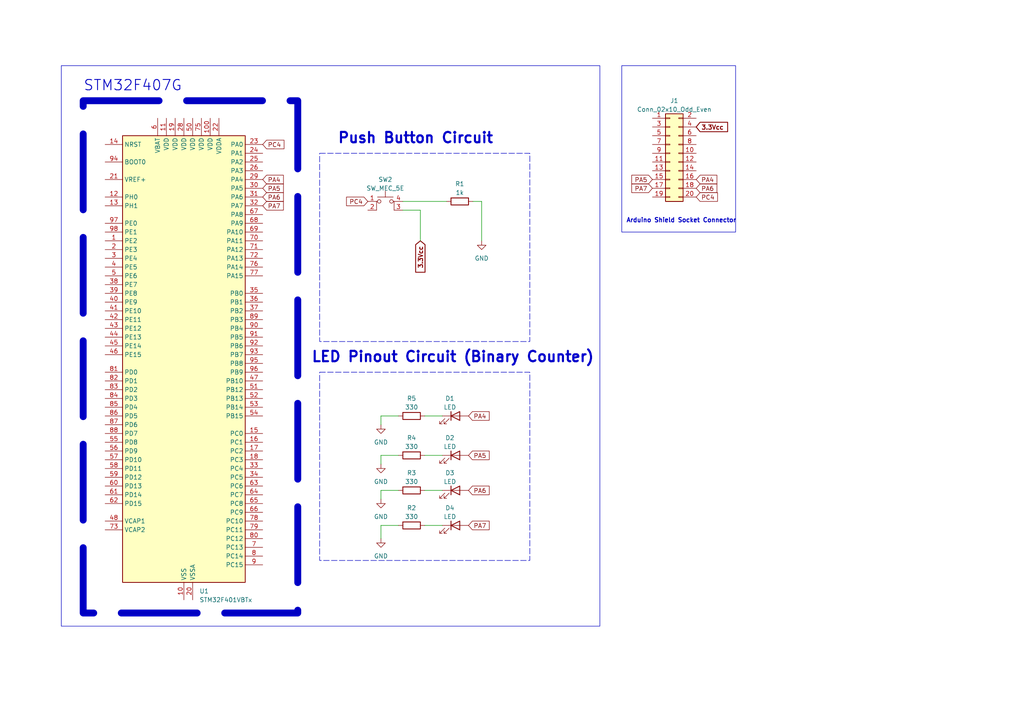
<source format=kicad_sch>
(kicad_sch (version 20230121) (generator eeschema)

  (uuid aa79f681-8381-405b-823c-2639e8087d11)

  (paper "A4")

  (lib_symbols
    (symbol "Connector_Generic:Conn_02x10_Odd_Even" (pin_names (offset 1.016) hide) (in_bom yes) (on_board yes)
      (property "Reference" "J" (at 1.27 12.7 0)
        (effects (font (size 1.27 1.27)))
      )
      (property "Value" "Conn_02x10_Odd_Even" (at 1.27 -15.24 0)
        (effects (font (size 1.27 1.27)))
      )
      (property "Footprint" "" (at 0 0 0)
        (effects (font (size 1.27 1.27)) hide)
      )
      (property "Datasheet" "~" (at 0 0 0)
        (effects (font (size 1.27 1.27)) hide)
      )
      (property "ki_keywords" "connector" (at 0 0 0)
        (effects (font (size 1.27 1.27)) hide)
      )
      (property "ki_description" "Generic connector, double row, 02x10, odd/even pin numbering scheme (row 1 odd numbers, row 2 even numbers), script generated (kicad-library-utils/schlib/autogen/connector/)" (at 0 0 0)
        (effects (font (size 1.27 1.27)) hide)
      )
      (property "ki_fp_filters" "Connector*:*_2x??_*" (at 0 0 0)
        (effects (font (size 1.27 1.27)) hide)
      )
      (symbol "Conn_02x10_Odd_Even_1_1"
        (rectangle (start -1.27 -12.573) (end 0 -12.827)
          (stroke (width 0.1524) (type default))
          (fill (type none))
        )
        (rectangle (start -1.27 -10.033) (end 0 -10.287)
          (stroke (width 0.1524) (type default))
          (fill (type none))
        )
        (rectangle (start -1.27 -7.493) (end 0 -7.747)
          (stroke (width 0.1524) (type default))
          (fill (type none))
        )
        (rectangle (start -1.27 -4.953) (end 0 -5.207)
          (stroke (width 0.1524) (type default))
          (fill (type none))
        )
        (rectangle (start -1.27 -2.413) (end 0 -2.667)
          (stroke (width 0.1524) (type default))
          (fill (type none))
        )
        (rectangle (start -1.27 0.127) (end 0 -0.127)
          (stroke (width 0.1524) (type default))
          (fill (type none))
        )
        (rectangle (start -1.27 2.667) (end 0 2.413)
          (stroke (width 0.1524) (type default))
          (fill (type none))
        )
        (rectangle (start -1.27 5.207) (end 0 4.953)
          (stroke (width 0.1524) (type default))
          (fill (type none))
        )
        (rectangle (start -1.27 7.747) (end 0 7.493)
          (stroke (width 0.1524) (type default))
          (fill (type none))
        )
        (rectangle (start -1.27 10.287) (end 0 10.033)
          (stroke (width 0.1524) (type default))
          (fill (type none))
        )
        (rectangle (start -1.27 11.43) (end 3.81 -13.97)
          (stroke (width 0.254) (type default))
          (fill (type background))
        )
        (rectangle (start 3.81 -12.573) (end 2.54 -12.827)
          (stroke (width 0.1524) (type default))
          (fill (type none))
        )
        (rectangle (start 3.81 -10.033) (end 2.54 -10.287)
          (stroke (width 0.1524) (type default))
          (fill (type none))
        )
        (rectangle (start 3.81 -7.493) (end 2.54 -7.747)
          (stroke (width 0.1524) (type default))
          (fill (type none))
        )
        (rectangle (start 3.81 -4.953) (end 2.54 -5.207)
          (stroke (width 0.1524) (type default))
          (fill (type none))
        )
        (rectangle (start 3.81 -2.413) (end 2.54 -2.667)
          (stroke (width 0.1524) (type default))
          (fill (type none))
        )
        (rectangle (start 3.81 0.127) (end 2.54 -0.127)
          (stroke (width 0.1524) (type default))
          (fill (type none))
        )
        (rectangle (start 3.81 2.667) (end 2.54 2.413)
          (stroke (width 0.1524) (type default))
          (fill (type none))
        )
        (rectangle (start 3.81 5.207) (end 2.54 4.953)
          (stroke (width 0.1524) (type default))
          (fill (type none))
        )
        (rectangle (start 3.81 7.747) (end 2.54 7.493)
          (stroke (width 0.1524) (type default))
          (fill (type none))
        )
        (rectangle (start 3.81 10.287) (end 2.54 10.033)
          (stroke (width 0.1524) (type default))
          (fill (type none))
        )
        (pin passive line (at -5.08 10.16 0) (length 3.81)
          (name "Pin_1" (effects (font (size 1.27 1.27))))
          (number "1" (effects (font (size 1.27 1.27))))
        )
        (pin passive line (at 7.62 0 180) (length 3.81)
          (name "Pin_10" (effects (font (size 1.27 1.27))))
          (number "10" (effects (font (size 1.27 1.27))))
        )
        (pin passive line (at -5.08 -2.54 0) (length 3.81)
          (name "Pin_11" (effects (font (size 1.27 1.27))))
          (number "11" (effects (font (size 1.27 1.27))))
        )
        (pin passive line (at 7.62 -2.54 180) (length 3.81)
          (name "Pin_12" (effects (font (size 1.27 1.27))))
          (number "12" (effects (font (size 1.27 1.27))))
        )
        (pin passive line (at -5.08 -5.08 0) (length 3.81)
          (name "Pin_13" (effects (font (size 1.27 1.27))))
          (number "13" (effects (font (size 1.27 1.27))))
        )
        (pin passive line (at 7.62 -5.08 180) (length 3.81)
          (name "Pin_14" (effects (font (size 1.27 1.27))))
          (number "14" (effects (font (size 1.27 1.27))))
        )
        (pin passive line (at -5.08 -7.62 0) (length 3.81)
          (name "Pin_15" (effects (font (size 1.27 1.27))))
          (number "15" (effects (font (size 1.27 1.27))))
        )
        (pin passive line (at 7.62 -7.62 180) (length 3.81)
          (name "Pin_16" (effects (font (size 1.27 1.27))))
          (number "16" (effects (font (size 1.27 1.27))))
        )
        (pin passive line (at -5.08 -10.16 0) (length 3.81)
          (name "Pin_17" (effects (font (size 1.27 1.27))))
          (number "17" (effects (font (size 1.27 1.27))))
        )
        (pin passive line (at 7.62 -10.16 180) (length 3.81)
          (name "Pin_18" (effects (font (size 1.27 1.27))))
          (number "18" (effects (font (size 1.27 1.27))))
        )
        (pin passive line (at -5.08 -12.7 0) (length 3.81)
          (name "Pin_19" (effects (font (size 1.27 1.27))))
          (number "19" (effects (font (size 1.27 1.27))))
        )
        (pin passive line (at 7.62 10.16 180) (length 3.81)
          (name "Pin_2" (effects (font (size 1.27 1.27))))
          (number "2" (effects (font (size 1.27 1.27))))
        )
        (pin passive line (at 7.62 -12.7 180) (length 3.81)
          (name "Pin_20" (effects (font (size 1.27 1.27))))
          (number "20" (effects (font (size 1.27 1.27))))
        )
        (pin passive line (at -5.08 7.62 0) (length 3.81)
          (name "Pin_3" (effects (font (size 1.27 1.27))))
          (number "3" (effects (font (size 1.27 1.27))))
        )
        (pin passive line (at 7.62 7.62 180) (length 3.81)
          (name "Pin_4" (effects (font (size 1.27 1.27))))
          (number "4" (effects (font (size 1.27 1.27))))
        )
        (pin passive line (at -5.08 5.08 0) (length 3.81)
          (name "Pin_5" (effects (font (size 1.27 1.27))))
          (number "5" (effects (font (size 1.27 1.27))))
        )
        (pin passive line (at 7.62 5.08 180) (length 3.81)
          (name "Pin_6" (effects (font (size 1.27 1.27))))
          (number "6" (effects (font (size 1.27 1.27))))
        )
        (pin passive line (at -5.08 2.54 0) (length 3.81)
          (name "Pin_7" (effects (font (size 1.27 1.27))))
          (number "7" (effects (font (size 1.27 1.27))))
        )
        (pin passive line (at 7.62 2.54 180) (length 3.81)
          (name "Pin_8" (effects (font (size 1.27 1.27))))
          (number "8" (effects (font (size 1.27 1.27))))
        )
        (pin passive line (at -5.08 0 0) (length 3.81)
          (name "Pin_9" (effects (font (size 1.27 1.27))))
          (number "9" (effects (font (size 1.27 1.27))))
        )
      )
    )
    (symbol "Device:LED" (pin_numbers hide) (pin_names (offset 1.016) hide) (in_bom yes) (on_board yes)
      (property "Reference" "D" (at 0 2.54 0)
        (effects (font (size 1.27 1.27)))
      )
      (property "Value" "LED" (at 0 -2.54 0)
        (effects (font (size 1.27 1.27)))
      )
      (property "Footprint" "" (at 0 0 0)
        (effects (font (size 1.27 1.27)) hide)
      )
      (property "Datasheet" "~" (at 0 0 0)
        (effects (font (size 1.27 1.27)) hide)
      )
      (property "ki_keywords" "LED diode" (at 0 0 0)
        (effects (font (size 1.27 1.27)) hide)
      )
      (property "ki_description" "Light emitting diode" (at 0 0 0)
        (effects (font (size 1.27 1.27)) hide)
      )
      (property "ki_fp_filters" "LED* LED_SMD:* LED_THT:*" (at 0 0 0)
        (effects (font (size 1.27 1.27)) hide)
      )
      (symbol "LED_0_1"
        (polyline
          (pts
            (xy -1.27 -1.27)
            (xy -1.27 1.27)
          )
          (stroke (width 0.254) (type default))
          (fill (type none))
        )
        (polyline
          (pts
            (xy -1.27 0)
            (xy 1.27 0)
          )
          (stroke (width 0) (type default))
          (fill (type none))
        )
        (polyline
          (pts
            (xy 1.27 -1.27)
            (xy 1.27 1.27)
            (xy -1.27 0)
            (xy 1.27 -1.27)
          )
          (stroke (width 0.254) (type default))
          (fill (type none))
        )
        (polyline
          (pts
            (xy -3.048 -0.762)
            (xy -4.572 -2.286)
            (xy -3.81 -2.286)
            (xy -4.572 -2.286)
            (xy -4.572 -1.524)
          )
          (stroke (width 0) (type default))
          (fill (type none))
        )
        (polyline
          (pts
            (xy -1.778 -0.762)
            (xy -3.302 -2.286)
            (xy -2.54 -2.286)
            (xy -3.302 -2.286)
            (xy -3.302 -1.524)
          )
          (stroke (width 0) (type default))
          (fill (type none))
        )
      )
      (symbol "LED_1_1"
        (pin passive line (at -3.81 0 0) (length 2.54)
          (name "K" (effects (font (size 1.27 1.27))))
          (number "1" (effects (font (size 1.27 1.27))))
        )
        (pin passive line (at 3.81 0 180) (length 2.54)
          (name "A" (effects (font (size 1.27 1.27))))
          (number "2" (effects (font (size 1.27 1.27))))
        )
      )
    )
    (symbol "Device:R" (pin_numbers hide) (pin_names (offset 0)) (in_bom yes) (on_board yes)
      (property "Reference" "R" (at 2.032 0 90)
        (effects (font (size 1.27 1.27)))
      )
      (property "Value" "R" (at 0 0 90)
        (effects (font (size 1.27 1.27)))
      )
      (property "Footprint" "" (at -1.778 0 90)
        (effects (font (size 1.27 1.27)) hide)
      )
      (property "Datasheet" "~" (at 0 0 0)
        (effects (font (size 1.27 1.27)) hide)
      )
      (property "ki_keywords" "R res resistor" (at 0 0 0)
        (effects (font (size 1.27 1.27)) hide)
      )
      (property "ki_description" "Resistor" (at 0 0 0)
        (effects (font (size 1.27 1.27)) hide)
      )
      (property "ki_fp_filters" "R_*" (at 0 0 0)
        (effects (font (size 1.27 1.27)) hide)
      )
      (symbol "R_0_1"
        (rectangle (start -1.016 -2.54) (end 1.016 2.54)
          (stroke (width 0.254) (type default))
          (fill (type none))
        )
      )
      (symbol "R_1_1"
        (pin passive line (at 0 3.81 270) (length 1.27)
          (name "~" (effects (font (size 1.27 1.27))))
          (number "1" (effects (font (size 1.27 1.27))))
        )
        (pin passive line (at 0 -3.81 90) (length 1.27)
          (name "~" (effects (font (size 1.27 1.27))))
          (number "2" (effects (font (size 1.27 1.27))))
        )
      )
    )
    (symbol "MCU_ST_STM32F4:STM32F401VBTx" (in_bom yes) (on_board yes)
      (property "Reference" "U" (at -17.78 67.31 0)
        (effects (font (size 1.27 1.27)) (justify left))
      )
      (property "Value" "STM32F401VBTx" (at 12.7 67.31 0)
        (effects (font (size 1.27 1.27)) (justify left))
      )
      (property "Footprint" "Package_QFP:LQFP-100_14x14mm_P0.5mm" (at -17.78 -63.5 0)
        (effects (font (size 1.27 1.27)) (justify right) hide)
      )
      (property "Datasheet" "https://www.st.com/resource/en/datasheet/stm32f401vb.pdf" (at 0 0 0)
        (effects (font (size 1.27 1.27)) hide)
      )
      (property "ki_locked" "" (at 0 0 0)
        (effects (font (size 1.27 1.27)))
      )
      (property "ki_keywords" "Arm Cortex-M4 STM32F4 STM32F401" (at 0 0 0)
        (effects (font (size 1.27 1.27)) hide)
      )
      (property "ki_description" "STMicroelectronics Arm Cortex-M4 MCU, 128KB flash, 64KB RAM, 84 MHz, 1.7-3.6V, 81 GPIO, LQFP100" (at 0 0 0)
        (effects (font (size 1.27 1.27)) hide)
      )
      (property "ki_fp_filters" "LQFP*14x14mm*P0.5mm*" (at 0 0 0)
        (effects (font (size 1.27 1.27)) hide)
      )
      (symbol "STM32F401VBTx_0_1"
        (rectangle (start -17.78 -63.5) (end 17.78 66.04)
          (stroke (width 0.254) (type default))
          (fill (type background))
        )
      )
      (symbol "STM32F401VBTx_1_1"
        (pin bidirectional line (at -22.86 35.56 0) (length 5.08)
          (name "PE2" (effects (font (size 1.27 1.27))))
          (number "1" (effects (font (size 1.27 1.27))))
          (alternate "SPI4_SCK" bidirectional line)
          (alternate "SYS_TRACECLK" bidirectional line)
        )
        (pin power_in line (at 0 -68.58 90) (length 5.08)
          (name "VSS" (effects (font (size 1.27 1.27))))
          (number "10" (effects (font (size 1.27 1.27))))
        )
        (pin power_in line (at 7.62 71.12 270) (length 5.08)
          (name "VDD" (effects (font (size 1.27 1.27))))
          (number "100" (effects (font (size 1.27 1.27))))
        )
        (pin power_in line (at -5.08 71.12 270) (length 5.08)
          (name "VDD" (effects (font (size 1.27 1.27))))
          (number "11" (effects (font (size 1.27 1.27))))
        )
        (pin bidirectional line (at -22.86 48.26 0) (length 5.08)
          (name "PH0" (effects (font (size 1.27 1.27))))
          (number "12" (effects (font (size 1.27 1.27))))
          (alternate "RCC_OSC_IN" bidirectional line)
        )
        (pin bidirectional line (at -22.86 45.72 0) (length 5.08)
          (name "PH1" (effects (font (size 1.27 1.27))))
          (number "13" (effects (font (size 1.27 1.27))))
          (alternate "RCC_OSC_OUT" bidirectional line)
        )
        (pin input line (at -22.86 63.5 0) (length 5.08)
          (name "NRST" (effects (font (size 1.27 1.27))))
          (number "14" (effects (font (size 1.27 1.27))))
        )
        (pin bidirectional line (at 22.86 -20.32 180) (length 5.08)
          (name "PC0" (effects (font (size 1.27 1.27))))
          (number "15" (effects (font (size 1.27 1.27))))
          (alternate "ADC1_IN10" bidirectional line)
        )
        (pin bidirectional line (at 22.86 -22.86 180) (length 5.08)
          (name "PC1" (effects (font (size 1.27 1.27))))
          (number "16" (effects (font (size 1.27 1.27))))
          (alternate "ADC1_IN11" bidirectional line)
        )
        (pin bidirectional line (at 22.86 -25.4 180) (length 5.08)
          (name "PC2" (effects (font (size 1.27 1.27))))
          (number "17" (effects (font (size 1.27 1.27))))
          (alternate "ADC1_IN12" bidirectional line)
          (alternate "I2S2_ext_SD" bidirectional line)
          (alternate "SPI2_MISO" bidirectional line)
        )
        (pin bidirectional line (at 22.86 -27.94 180) (length 5.08)
          (name "PC3" (effects (font (size 1.27 1.27))))
          (number "18" (effects (font (size 1.27 1.27))))
          (alternate "ADC1_IN13" bidirectional line)
          (alternate "I2S2_SD" bidirectional line)
          (alternate "SPI2_MOSI" bidirectional line)
        )
        (pin power_in line (at -2.54 71.12 270) (length 5.08)
          (name "VDD" (effects (font (size 1.27 1.27))))
          (number "19" (effects (font (size 1.27 1.27))))
        )
        (pin bidirectional line (at -22.86 33.02 0) (length 5.08)
          (name "PE3" (effects (font (size 1.27 1.27))))
          (number "2" (effects (font (size 1.27 1.27))))
          (alternate "SYS_TRACED0" bidirectional line)
        )
        (pin power_in line (at 2.54 -68.58 90) (length 5.08)
          (name "VSSA" (effects (font (size 1.27 1.27))))
          (number "20" (effects (font (size 1.27 1.27))))
        )
        (pin input line (at -22.86 53.34 0) (length 5.08)
          (name "VREF+" (effects (font (size 1.27 1.27))))
          (number "21" (effects (font (size 1.27 1.27))))
        )
        (pin power_in line (at 10.16 71.12 270) (length 5.08)
          (name "VDDA" (effects (font (size 1.27 1.27))))
          (number "22" (effects (font (size 1.27 1.27))))
        )
        (pin bidirectional line (at 22.86 63.5 180) (length 5.08)
          (name "PA0" (effects (font (size 1.27 1.27))))
          (number "23" (effects (font (size 1.27 1.27))))
          (alternate "ADC1_IN0" bidirectional line)
          (alternate "SYS_WKUP" bidirectional line)
          (alternate "TIM2_CH1" bidirectional line)
          (alternate "TIM2_ETR" bidirectional line)
          (alternate "TIM5_CH1" bidirectional line)
          (alternate "USART2_CTS" bidirectional line)
        )
        (pin bidirectional line (at 22.86 60.96 180) (length 5.08)
          (name "PA1" (effects (font (size 1.27 1.27))))
          (number "24" (effects (font (size 1.27 1.27))))
          (alternate "ADC1_IN1" bidirectional line)
          (alternate "TIM2_CH2" bidirectional line)
          (alternate "TIM5_CH2" bidirectional line)
          (alternate "USART2_RTS" bidirectional line)
        )
        (pin bidirectional line (at 22.86 58.42 180) (length 5.08)
          (name "PA2" (effects (font (size 1.27 1.27))))
          (number "25" (effects (font (size 1.27 1.27))))
          (alternate "ADC1_IN2" bidirectional line)
          (alternate "TIM2_CH3" bidirectional line)
          (alternate "TIM5_CH3" bidirectional line)
          (alternate "TIM9_CH1" bidirectional line)
          (alternate "USART2_TX" bidirectional line)
        )
        (pin bidirectional line (at 22.86 55.88 180) (length 5.08)
          (name "PA3" (effects (font (size 1.27 1.27))))
          (number "26" (effects (font (size 1.27 1.27))))
          (alternate "ADC1_IN3" bidirectional line)
          (alternate "TIM2_CH4" bidirectional line)
          (alternate "TIM5_CH4" bidirectional line)
          (alternate "TIM9_CH2" bidirectional line)
          (alternate "USART2_RX" bidirectional line)
        )
        (pin passive line (at 0 -68.58 90) (length 5.08) hide
          (name "VSS" (effects (font (size 1.27 1.27))))
          (number "27" (effects (font (size 1.27 1.27))))
        )
        (pin power_in line (at 0 71.12 270) (length 5.08)
          (name "VDD" (effects (font (size 1.27 1.27))))
          (number "28" (effects (font (size 1.27 1.27))))
        )
        (pin bidirectional line (at 22.86 53.34 180) (length 5.08)
          (name "PA4" (effects (font (size 1.27 1.27))))
          (number "29" (effects (font (size 1.27 1.27))))
          (alternate "ADC1_IN4" bidirectional line)
          (alternate "I2S3_WS" bidirectional line)
          (alternate "SPI1_NSS" bidirectional line)
          (alternate "SPI3_NSS" bidirectional line)
          (alternate "USART2_CK" bidirectional line)
        )
        (pin bidirectional line (at -22.86 30.48 0) (length 5.08)
          (name "PE4" (effects (font (size 1.27 1.27))))
          (number "3" (effects (font (size 1.27 1.27))))
          (alternate "SPI4_NSS" bidirectional line)
          (alternate "SYS_TRACED1" bidirectional line)
        )
        (pin bidirectional line (at 22.86 50.8 180) (length 5.08)
          (name "PA5" (effects (font (size 1.27 1.27))))
          (number "30" (effects (font (size 1.27 1.27))))
          (alternate "ADC1_IN5" bidirectional line)
          (alternate "SPI1_SCK" bidirectional line)
          (alternate "TIM2_CH1" bidirectional line)
          (alternate "TIM2_ETR" bidirectional line)
        )
        (pin bidirectional line (at 22.86 48.26 180) (length 5.08)
          (name "PA6" (effects (font (size 1.27 1.27))))
          (number "31" (effects (font (size 1.27 1.27))))
          (alternate "ADC1_IN6" bidirectional line)
          (alternate "SPI1_MISO" bidirectional line)
          (alternate "TIM1_BKIN" bidirectional line)
          (alternate "TIM3_CH1" bidirectional line)
        )
        (pin bidirectional line (at 22.86 45.72 180) (length 5.08)
          (name "PA7" (effects (font (size 1.27 1.27))))
          (number "32" (effects (font (size 1.27 1.27))))
          (alternate "ADC1_IN7" bidirectional line)
          (alternate "SPI1_MOSI" bidirectional line)
          (alternate "TIM1_CH1N" bidirectional line)
          (alternate "TIM3_CH2" bidirectional line)
        )
        (pin bidirectional line (at 22.86 -30.48 180) (length 5.08)
          (name "PC4" (effects (font (size 1.27 1.27))))
          (number "33" (effects (font (size 1.27 1.27))))
          (alternate "ADC1_IN14" bidirectional line)
        )
        (pin bidirectional line (at 22.86 -33.02 180) (length 5.08)
          (name "PC5" (effects (font (size 1.27 1.27))))
          (number "34" (effects (font (size 1.27 1.27))))
          (alternate "ADC1_IN15" bidirectional line)
        )
        (pin bidirectional line (at 22.86 20.32 180) (length 5.08)
          (name "PB0" (effects (font (size 1.27 1.27))))
          (number "35" (effects (font (size 1.27 1.27))))
          (alternate "ADC1_IN8" bidirectional line)
          (alternate "TIM1_CH2N" bidirectional line)
          (alternate "TIM3_CH3" bidirectional line)
        )
        (pin bidirectional line (at 22.86 17.78 180) (length 5.08)
          (name "PB1" (effects (font (size 1.27 1.27))))
          (number "36" (effects (font (size 1.27 1.27))))
          (alternate "ADC1_IN9" bidirectional line)
          (alternate "TIM1_CH3N" bidirectional line)
          (alternate "TIM3_CH4" bidirectional line)
        )
        (pin bidirectional line (at 22.86 15.24 180) (length 5.08)
          (name "PB2" (effects (font (size 1.27 1.27))))
          (number "37" (effects (font (size 1.27 1.27))))
        )
        (pin bidirectional line (at -22.86 22.86 0) (length 5.08)
          (name "PE7" (effects (font (size 1.27 1.27))))
          (number "38" (effects (font (size 1.27 1.27))))
          (alternate "TIM1_ETR" bidirectional line)
        )
        (pin bidirectional line (at -22.86 20.32 0) (length 5.08)
          (name "PE8" (effects (font (size 1.27 1.27))))
          (number "39" (effects (font (size 1.27 1.27))))
          (alternate "TIM1_CH1N" bidirectional line)
        )
        (pin bidirectional line (at -22.86 27.94 0) (length 5.08)
          (name "PE5" (effects (font (size 1.27 1.27))))
          (number "4" (effects (font (size 1.27 1.27))))
          (alternate "SPI4_MISO" bidirectional line)
          (alternate "SYS_TRACED2" bidirectional line)
          (alternate "TIM9_CH1" bidirectional line)
        )
        (pin bidirectional line (at -22.86 17.78 0) (length 5.08)
          (name "PE9" (effects (font (size 1.27 1.27))))
          (number "40" (effects (font (size 1.27 1.27))))
          (alternate "TIM1_CH1" bidirectional line)
        )
        (pin bidirectional line (at -22.86 15.24 0) (length 5.08)
          (name "PE10" (effects (font (size 1.27 1.27))))
          (number "41" (effects (font (size 1.27 1.27))))
          (alternate "TIM1_CH2N" bidirectional line)
        )
        (pin bidirectional line (at -22.86 12.7 0) (length 5.08)
          (name "PE11" (effects (font (size 1.27 1.27))))
          (number "42" (effects (font (size 1.27 1.27))))
          (alternate "ADC1_EXTI11" bidirectional line)
          (alternate "SPI4_NSS" bidirectional line)
          (alternate "TIM1_CH2" bidirectional line)
        )
        (pin bidirectional line (at -22.86 10.16 0) (length 5.08)
          (name "PE12" (effects (font (size 1.27 1.27))))
          (number "43" (effects (font (size 1.27 1.27))))
          (alternate "SPI4_SCK" bidirectional line)
          (alternate "TIM1_CH3N" bidirectional line)
        )
        (pin bidirectional line (at -22.86 7.62 0) (length 5.08)
          (name "PE13" (effects (font (size 1.27 1.27))))
          (number "44" (effects (font (size 1.27 1.27))))
          (alternate "SPI4_MISO" bidirectional line)
          (alternate "TIM1_CH3" bidirectional line)
        )
        (pin bidirectional line (at -22.86 5.08 0) (length 5.08)
          (name "PE14" (effects (font (size 1.27 1.27))))
          (number "45" (effects (font (size 1.27 1.27))))
          (alternate "SPI4_MOSI" bidirectional line)
          (alternate "TIM1_CH4" bidirectional line)
        )
        (pin bidirectional line (at -22.86 2.54 0) (length 5.08)
          (name "PE15" (effects (font (size 1.27 1.27))))
          (number "46" (effects (font (size 1.27 1.27))))
          (alternate "ADC1_EXTI15" bidirectional line)
          (alternate "TIM1_BKIN" bidirectional line)
        )
        (pin bidirectional line (at 22.86 -5.08 180) (length 5.08)
          (name "PB10" (effects (font (size 1.27 1.27))))
          (number "47" (effects (font (size 1.27 1.27))))
          (alternate "I2C2_SCL" bidirectional line)
          (alternate "I2S2_CK" bidirectional line)
          (alternate "SPI2_SCK" bidirectional line)
          (alternate "TIM2_CH3" bidirectional line)
        )
        (pin power_out line (at -22.86 -45.72 0) (length 5.08)
          (name "VCAP1" (effects (font (size 1.27 1.27))))
          (number "48" (effects (font (size 1.27 1.27))))
        )
        (pin passive line (at 0 -68.58 90) (length 5.08) hide
          (name "VSS" (effects (font (size 1.27 1.27))))
          (number "49" (effects (font (size 1.27 1.27))))
        )
        (pin bidirectional line (at -22.86 25.4 0) (length 5.08)
          (name "PE6" (effects (font (size 1.27 1.27))))
          (number "5" (effects (font (size 1.27 1.27))))
          (alternate "SPI4_MOSI" bidirectional line)
          (alternate "SYS_TRACED3" bidirectional line)
          (alternate "TIM9_CH2" bidirectional line)
        )
        (pin power_in line (at 2.54 71.12 270) (length 5.08)
          (name "VDD" (effects (font (size 1.27 1.27))))
          (number "50" (effects (font (size 1.27 1.27))))
        )
        (pin bidirectional line (at 22.86 -7.62 180) (length 5.08)
          (name "PB12" (effects (font (size 1.27 1.27))))
          (number "51" (effects (font (size 1.27 1.27))))
          (alternate "I2C2_SMBA" bidirectional line)
          (alternate "I2S2_WS" bidirectional line)
          (alternate "SPI2_NSS" bidirectional line)
          (alternate "TIM1_BKIN" bidirectional line)
        )
        (pin bidirectional line (at 22.86 -10.16 180) (length 5.08)
          (name "PB13" (effects (font (size 1.27 1.27))))
          (number "52" (effects (font (size 1.27 1.27))))
          (alternate "I2S2_CK" bidirectional line)
          (alternate "SPI2_SCK" bidirectional line)
          (alternate "TIM1_CH1N" bidirectional line)
        )
        (pin bidirectional line (at 22.86 -12.7 180) (length 5.08)
          (name "PB14" (effects (font (size 1.27 1.27))))
          (number "53" (effects (font (size 1.27 1.27))))
          (alternate "I2S2_ext_SD" bidirectional line)
          (alternate "SPI2_MISO" bidirectional line)
          (alternate "TIM1_CH2N" bidirectional line)
        )
        (pin bidirectional line (at 22.86 -15.24 180) (length 5.08)
          (name "PB15" (effects (font (size 1.27 1.27))))
          (number "54" (effects (font (size 1.27 1.27))))
          (alternate "ADC1_EXTI15" bidirectional line)
          (alternate "I2S2_SD" bidirectional line)
          (alternate "RTC_REFIN" bidirectional line)
          (alternate "SPI2_MOSI" bidirectional line)
          (alternate "TIM1_CH3N" bidirectional line)
        )
        (pin bidirectional line (at -22.86 -22.86 0) (length 5.08)
          (name "PD8" (effects (font (size 1.27 1.27))))
          (number "55" (effects (font (size 1.27 1.27))))
        )
        (pin bidirectional line (at -22.86 -25.4 0) (length 5.08)
          (name "PD9" (effects (font (size 1.27 1.27))))
          (number "56" (effects (font (size 1.27 1.27))))
        )
        (pin bidirectional line (at -22.86 -27.94 0) (length 5.08)
          (name "PD10" (effects (font (size 1.27 1.27))))
          (number "57" (effects (font (size 1.27 1.27))))
        )
        (pin bidirectional line (at -22.86 -30.48 0) (length 5.08)
          (name "PD11" (effects (font (size 1.27 1.27))))
          (number "58" (effects (font (size 1.27 1.27))))
          (alternate "ADC1_EXTI11" bidirectional line)
        )
        (pin bidirectional line (at -22.86 -33.02 0) (length 5.08)
          (name "PD12" (effects (font (size 1.27 1.27))))
          (number "59" (effects (font (size 1.27 1.27))))
          (alternate "TIM4_CH1" bidirectional line)
        )
        (pin power_in line (at -7.62 71.12 270) (length 5.08)
          (name "VBAT" (effects (font (size 1.27 1.27))))
          (number "6" (effects (font (size 1.27 1.27))))
        )
        (pin bidirectional line (at -22.86 -35.56 0) (length 5.08)
          (name "PD13" (effects (font (size 1.27 1.27))))
          (number "60" (effects (font (size 1.27 1.27))))
          (alternate "TIM4_CH2" bidirectional line)
        )
        (pin bidirectional line (at -22.86 -38.1 0) (length 5.08)
          (name "PD14" (effects (font (size 1.27 1.27))))
          (number "61" (effects (font (size 1.27 1.27))))
          (alternate "TIM4_CH3" bidirectional line)
        )
        (pin bidirectional line (at -22.86 -40.64 0) (length 5.08)
          (name "PD15" (effects (font (size 1.27 1.27))))
          (number "62" (effects (font (size 1.27 1.27))))
          (alternate "ADC1_EXTI15" bidirectional line)
          (alternate "TIM4_CH4" bidirectional line)
        )
        (pin bidirectional line (at 22.86 -35.56 180) (length 5.08)
          (name "PC6" (effects (font (size 1.27 1.27))))
          (number "63" (effects (font (size 1.27 1.27))))
          (alternate "I2S2_MCK" bidirectional line)
          (alternate "SDIO_D6" bidirectional line)
          (alternate "TIM3_CH1" bidirectional line)
          (alternate "USART6_TX" bidirectional line)
        )
        (pin bidirectional line (at 22.86 -38.1 180) (length 5.08)
          (name "PC7" (effects (font (size 1.27 1.27))))
          (number "64" (effects (font (size 1.27 1.27))))
          (alternate "I2S3_MCK" bidirectional line)
          (alternate "SDIO_D7" bidirectional line)
          (alternate "TIM3_CH2" bidirectional line)
          (alternate "USART6_RX" bidirectional line)
        )
        (pin bidirectional line (at 22.86 -40.64 180) (length 5.08)
          (name "PC8" (effects (font (size 1.27 1.27))))
          (number "65" (effects (font (size 1.27 1.27))))
          (alternate "SDIO_D0" bidirectional line)
          (alternate "TIM3_CH3" bidirectional line)
          (alternate "USART6_CK" bidirectional line)
        )
        (pin bidirectional line (at 22.86 -43.18 180) (length 5.08)
          (name "PC9" (effects (font (size 1.27 1.27))))
          (number "66" (effects (font (size 1.27 1.27))))
          (alternate "I2C3_SDA" bidirectional line)
          (alternate "I2S_CKIN" bidirectional line)
          (alternate "RCC_MCO_2" bidirectional line)
          (alternate "SDIO_D1" bidirectional line)
          (alternate "TIM3_CH4" bidirectional line)
        )
        (pin bidirectional line (at 22.86 43.18 180) (length 5.08)
          (name "PA8" (effects (font (size 1.27 1.27))))
          (number "67" (effects (font (size 1.27 1.27))))
          (alternate "I2C3_SCL" bidirectional line)
          (alternate "RCC_MCO_1" bidirectional line)
          (alternate "TIM1_CH1" bidirectional line)
          (alternate "USART1_CK" bidirectional line)
          (alternate "USB_OTG_FS_SOF" bidirectional line)
        )
        (pin bidirectional line (at 22.86 40.64 180) (length 5.08)
          (name "PA9" (effects (font (size 1.27 1.27))))
          (number "68" (effects (font (size 1.27 1.27))))
          (alternate "I2C3_SMBA" bidirectional line)
          (alternate "TIM1_CH2" bidirectional line)
          (alternate "USART1_TX" bidirectional line)
          (alternate "USB_OTG_FS_VBUS" bidirectional line)
        )
        (pin bidirectional line (at 22.86 38.1 180) (length 5.08)
          (name "PA10" (effects (font (size 1.27 1.27))))
          (number "69" (effects (font (size 1.27 1.27))))
          (alternate "TIM1_CH3" bidirectional line)
          (alternate "USART1_RX" bidirectional line)
          (alternate "USB_OTG_FS_ID" bidirectional line)
        )
        (pin bidirectional line (at 22.86 -53.34 180) (length 5.08)
          (name "PC13" (effects (font (size 1.27 1.27))))
          (number "7" (effects (font (size 1.27 1.27))))
          (alternate "RTC_AF1" bidirectional line)
        )
        (pin bidirectional line (at 22.86 35.56 180) (length 5.08)
          (name "PA11" (effects (font (size 1.27 1.27))))
          (number "70" (effects (font (size 1.27 1.27))))
          (alternate "ADC1_EXTI11" bidirectional line)
          (alternate "TIM1_CH4" bidirectional line)
          (alternate "USART1_CTS" bidirectional line)
          (alternate "USART6_TX" bidirectional line)
          (alternate "USB_OTG_FS_DM" bidirectional line)
        )
        (pin bidirectional line (at 22.86 33.02 180) (length 5.08)
          (name "PA12" (effects (font (size 1.27 1.27))))
          (number "71" (effects (font (size 1.27 1.27))))
          (alternate "TIM1_ETR" bidirectional line)
          (alternate "USART1_RTS" bidirectional line)
          (alternate "USART6_RX" bidirectional line)
          (alternate "USB_OTG_FS_DP" bidirectional line)
        )
        (pin bidirectional line (at 22.86 30.48 180) (length 5.08)
          (name "PA13" (effects (font (size 1.27 1.27))))
          (number "72" (effects (font (size 1.27 1.27))))
          (alternate "SYS_JTMS-SWDIO" bidirectional line)
        )
        (pin power_out line (at -22.86 -48.26 0) (length 5.08)
          (name "VCAP2" (effects (font (size 1.27 1.27))))
          (number "73" (effects (font (size 1.27 1.27))))
        )
        (pin passive line (at 0 -68.58 90) (length 5.08) hide
          (name "VSS" (effects (font (size 1.27 1.27))))
          (number "74" (effects (font (size 1.27 1.27))))
        )
        (pin power_in line (at 5.08 71.12 270) (length 5.08)
          (name "VDD" (effects (font (size 1.27 1.27))))
          (number "75" (effects (font (size 1.27 1.27))))
        )
        (pin bidirectional line (at 22.86 27.94 180) (length 5.08)
          (name "PA14" (effects (font (size 1.27 1.27))))
          (number "76" (effects (font (size 1.27 1.27))))
          (alternate "SYS_JTCK-SWCLK" bidirectional line)
        )
        (pin bidirectional line (at 22.86 25.4 180) (length 5.08)
          (name "PA15" (effects (font (size 1.27 1.27))))
          (number "77" (effects (font (size 1.27 1.27))))
          (alternate "ADC1_EXTI15" bidirectional line)
          (alternate "I2S3_WS" bidirectional line)
          (alternate "SPI1_NSS" bidirectional line)
          (alternate "SPI3_NSS" bidirectional line)
          (alternate "SYS_JTDI" bidirectional line)
          (alternate "TIM2_CH1" bidirectional line)
          (alternate "TIM2_ETR" bidirectional line)
        )
        (pin bidirectional line (at 22.86 -45.72 180) (length 5.08)
          (name "PC10" (effects (font (size 1.27 1.27))))
          (number "78" (effects (font (size 1.27 1.27))))
          (alternate "I2S3_CK" bidirectional line)
          (alternate "SDIO_D2" bidirectional line)
          (alternate "SPI3_SCK" bidirectional line)
        )
        (pin bidirectional line (at 22.86 -48.26 180) (length 5.08)
          (name "PC11" (effects (font (size 1.27 1.27))))
          (number "79" (effects (font (size 1.27 1.27))))
          (alternate "ADC1_EXTI11" bidirectional line)
          (alternate "I2S3_ext_SD" bidirectional line)
          (alternate "SDIO_D3" bidirectional line)
          (alternate "SPI3_MISO" bidirectional line)
        )
        (pin bidirectional line (at 22.86 -55.88 180) (length 5.08)
          (name "PC14" (effects (font (size 1.27 1.27))))
          (number "8" (effects (font (size 1.27 1.27))))
          (alternate "RCC_OSC32_IN" bidirectional line)
        )
        (pin bidirectional line (at 22.86 -50.8 180) (length 5.08)
          (name "PC12" (effects (font (size 1.27 1.27))))
          (number "80" (effects (font (size 1.27 1.27))))
          (alternate "I2S3_SD" bidirectional line)
          (alternate "SDIO_CK" bidirectional line)
          (alternate "SPI3_MOSI" bidirectional line)
        )
        (pin bidirectional line (at -22.86 -2.54 0) (length 5.08)
          (name "PD0" (effects (font (size 1.27 1.27))))
          (number "81" (effects (font (size 1.27 1.27))))
        )
        (pin bidirectional line (at -22.86 -5.08 0) (length 5.08)
          (name "PD1" (effects (font (size 1.27 1.27))))
          (number "82" (effects (font (size 1.27 1.27))))
        )
        (pin bidirectional line (at -22.86 -7.62 0) (length 5.08)
          (name "PD2" (effects (font (size 1.27 1.27))))
          (number "83" (effects (font (size 1.27 1.27))))
          (alternate "SDIO_CMD" bidirectional line)
          (alternate "TIM3_ETR" bidirectional line)
        )
        (pin bidirectional line (at -22.86 -10.16 0) (length 5.08)
          (name "PD3" (effects (font (size 1.27 1.27))))
          (number "84" (effects (font (size 1.27 1.27))))
          (alternate "I2S2_CK" bidirectional line)
          (alternate "SPI2_SCK" bidirectional line)
          (alternate "USART2_CTS" bidirectional line)
        )
        (pin bidirectional line (at -22.86 -12.7 0) (length 5.08)
          (name "PD4" (effects (font (size 1.27 1.27))))
          (number "85" (effects (font (size 1.27 1.27))))
          (alternate "USART2_RTS" bidirectional line)
        )
        (pin bidirectional line (at -22.86 -15.24 0) (length 5.08)
          (name "PD5" (effects (font (size 1.27 1.27))))
          (number "86" (effects (font (size 1.27 1.27))))
          (alternate "USART2_TX" bidirectional line)
        )
        (pin bidirectional line (at -22.86 -17.78 0) (length 5.08)
          (name "PD6" (effects (font (size 1.27 1.27))))
          (number "87" (effects (font (size 1.27 1.27))))
          (alternate "I2S3_SD" bidirectional line)
          (alternate "SPI3_MOSI" bidirectional line)
          (alternate "USART2_RX" bidirectional line)
        )
        (pin bidirectional line (at -22.86 -20.32 0) (length 5.08)
          (name "PD7" (effects (font (size 1.27 1.27))))
          (number "88" (effects (font (size 1.27 1.27))))
          (alternate "USART2_CK" bidirectional line)
        )
        (pin bidirectional line (at 22.86 12.7 180) (length 5.08)
          (name "PB3" (effects (font (size 1.27 1.27))))
          (number "89" (effects (font (size 1.27 1.27))))
          (alternate "I2C2_SDA" bidirectional line)
          (alternate "I2S3_CK" bidirectional line)
          (alternate "SPI1_SCK" bidirectional line)
          (alternate "SPI3_SCK" bidirectional line)
          (alternate "SYS_JTDO-SWO" bidirectional line)
          (alternate "TIM2_CH2" bidirectional line)
        )
        (pin bidirectional line (at 22.86 -58.42 180) (length 5.08)
          (name "PC15" (effects (font (size 1.27 1.27))))
          (number "9" (effects (font (size 1.27 1.27))))
          (alternate "ADC1_EXTI15" bidirectional line)
          (alternate "RCC_OSC32_OUT" bidirectional line)
        )
        (pin bidirectional line (at 22.86 10.16 180) (length 5.08)
          (name "PB4" (effects (font (size 1.27 1.27))))
          (number "90" (effects (font (size 1.27 1.27))))
          (alternate "I2C3_SDA" bidirectional line)
          (alternate "I2S3_ext_SD" bidirectional line)
          (alternate "SPI1_MISO" bidirectional line)
          (alternate "SPI3_MISO" bidirectional line)
          (alternate "SYS_JTRST" bidirectional line)
          (alternate "TIM3_CH1" bidirectional line)
        )
        (pin bidirectional line (at 22.86 7.62 180) (length 5.08)
          (name "PB5" (effects (font (size 1.27 1.27))))
          (number "91" (effects (font (size 1.27 1.27))))
          (alternate "I2C1_SMBA" bidirectional line)
          (alternate "I2S3_SD" bidirectional line)
          (alternate "SPI1_MOSI" bidirectional line)
          (alternate "SPI3_MOSI" bidirectional line)
          (alternate "TIM3_CH2" bidirectional line)
        )
        (pin bidirectional line (at 22.86 5.08 180) (length 5.08)
          (name "PB6" (effects (font (size 1.27 1.27))))
          (number "92" (effects (font (size 1.27 1.27))))
          (alternate "I2C1_SCL" bidirectional line)
          (alternate "TIM4_CH1" bidirectional line)
          (alternate "USART1_TX" bidirectional line)
        )
        (pin bidirectional line (at 22.86 2.54 180) (length 5.08)
          (name "PB7" (effects (font (size 1.27 1.27))))
          (number "93" (effects (font (size 1.27 1.27))))
          (alternate "I2C1_SDA" bidirectional line)
          (alternate "TIM4_CH2" bidirectional line)
          (alternate "USART1_RX" bidirectional line)
        )
        (pin input line (at -22.86 58.42 0) (length 5.08)
          (name "BOOT0" (effects (font (size 1.27 1.27))))
          (number "94" (effects (font (size 1.27 1.27))))
        )
        (pin bidirectional line (at 22.86 0 180) (length 5.08)
          (name "PB8" (effects (font (size 1.27 1.27))))
          (number "95" (effects (font (size 1.27 1.27))))
          (alternate "I2C1_SCL" bidirectional line)
          (alternate "SDIO_D4" bidirectional line)
          (alternate "TIM10_CH1" bidirectional line)
          (alternate "TIM4_CH3" bidirectional line)
        )
        (pin bidirectional line (at 22.86 -2.54 180) (length 5.08)
          (name "PB9" (effects (font (size 1.27 1.27))))
          (number "96" (effects (font (size 1.27 1.27))))
          (alternate "I2C1_SDA" bidirectional line)
          (alternate "I2S2_WS" bidirectional line)
          (alternate "SDIO_D5" bidirectional line)
          (alternate "SPI2_NSS" bidirectional line)
          (alternate "TIM11_CH1" bidirectional line)
          (alternate "TIM4_CH4" bidirectional line)
        )
        (pin bidirectional line (at -22.86 40.64 0) (length 5.08)
          (name "PE0" (effects (font (size 1.27 1.27))))
          (number "97" (effects (font (size 1.27 1.27))))
          (alternate "TIM4_ETR" bidirectional line)
        )
        (pin bidirectional line (at -22.86 38.1 0) (length 5.08)
          (name "PE1" (effects (font (size 1.27 1.27))))
          (number "98" (effects (font (size 1.27 1.27))))
        )
        (pin passive line (at 0 -68.58 90) (length 5.08) hide
          (name "VSS" (effects (font (size 1.27 1.27))))
          (number "99" (effects (font (size 1.27 1.27))))
        )
      )
    )
    (symbol "Switch:SW_MEC_5E" (pin_names (offset 1.016) hide) (in_bom yes) (on_board yes)
      (property "Reference" "SW" (at 0.635 5.715 0)
        (effects (font (size 1.27 1.27)) (justify left))
      )
      (property "Value" "SW_MEC_5E" (at 0 -3.175 0)
        (effects (font (size 1.27 1.27)))
      )
      (property "Footprint" "" (at 0 7.62 0)
        (effects (font (size 1.27 1.27)) hide)
      )
      (property "Datasheet" "http://www.apem.com/int/index.php?controller=attachment&id_attachment=1371" (at 0 7.62 0)
        (effects (font (size 1.27 1.27)) hide)
      )
      (property "ki_keywords" "switch normally-open pushbutton push-button" (at 0 0 0)
        (effects (font (size 1.27 1.27)) hide)
      )
      (property "ki_description" "MEC 5E single pole normally-open tactile switch" (at 0 0 0)
        (effects (font (size 1.27 1.27)) hide)
      )
      (property "ki_fp_filters" "SW*MEC*5G*" (at 0 0 0)
        (effects (font (size 1.27 1.27)) hide)
      )
      (symbol "SW_MEC_5E_0_1"
        (circle (center -1.778 2.54) (radius 0.508)
          (stroke (width 0) (type default))
          (fill (type none))
        )
        (polyline
          (pts
            (xy -2.286 3.81)
            (xy 2.286 3.81)
          )
          (stroke (width 0) (type default))
          (fill (type none))
        )
        (polyline
          (pts
            (xy 0 3.81)
            (xy 0 5.588)
          )
          (stroke (width 0) (type default))
          (fill (type none))
        )
        (polyline
          (pts
            (xy -2.54 0)
            (xy -2.54 2.54)
            (xy -2.286 2.54)
          )
          (stroke (width 0) (type default))
          (fill (type none))
        )
        (polyline
          (pts
            (xy 2.54 0)
            (xy 2.54 2.54)
            (xy 2.286 2.54)
          )
          (stroke (width 0) (type default))
          (fill (type none))
        )
        (circle (center 1.778 2.54) (radius 0.508)
          (stroke (width 0) (type default))
          (fill (type none))
        )
        (pin passive line (at -5.08 2.54 0) (length 2.54)
          (name "1" (effects (font (size 1.27 1.27))))
          (number "1" (effects (font (size 1.27 1.27))))
        )
        (pin passive line (at -5.08 0 0) (length 2.54)
          (name "2" (effects (font (size 1.27 1.27))))
          (number "2" (effects (font (size 1.27 1.27))))
        )
        (pin passive line (at 5.08 0 180) (length 2.54)
          (name "K" (effects (font (size 1.27 1.27))))
          (number "3" (effects (font (size 1.27 1.27))))
        )
        (pin passive line (at 5.08 2.54 180) (length 2.54)
          (name "A" (effects (font (size 1.27 1.27))))
          (number "4" (effects (font (size 1.27 1.27))))
        )
      )
    )
    (symbol "power:GND" (power) (pin_names (offset 0)) (in_bom yes) (on_board yes)
      (property "Reference" "#PWR" (at 0 -6.35 0)
        (effects (font (size 1.27 1.27)) hide)
      )
      (property "Value" "GND" (at 0 -3.81 0)
        (effects (font (size 1.27 1.27)))
      )
      (property "Footprint" "" (at 0 0 0)
        (effects (font (size 1.27 1.27)) hide)
      )
      (property "Datasheet" "" (at 0 0 0)
        (effects (font (size 1.27 1.27)) hide)
      )
      (property "ki_keywords" "global power" (at 0 0 0)
        (effects (font (size 1.27 1.27)) hide)
      )
      (property "ki_description" "Power symbol creates a global label with name \"GND\" , ground" (at 0 0 0)
        (effects (font (size 1.27 1.27)) hide)
      )
      (symbol "GND_0_1"
        (polyline
          (pts
            (xy 0 0)
            (xy 0 -1.27)
            (xy 1.27 -1.27)
            (xy 0 -2.54)
            (xy -1.27 -1.27)
            (xy 0 -1.27)
          )
          (stroke (width 0) (type default))
          (fill (type none))
        )
      )
      (symbol "GND_1_1"
        (pin power_in line (at 0 0 270) (length 0) hide
          (name "GND" (effects (font (size 1.27 1.27))))
          (number "1" (effects (font (size 1.27 1.27))))
        )
      )
    )
  )


  (wire (pts (xy 110.49 152.4) (xy 110.49 156.21))
    (stroke (width 0) (type default))
    (uuid 130613d7-c7a2-4714-a59c-0b589a07ab99)
  )
  (wire (pts (xy 115.57 152.4) (xy 110.49 152.4))
    (stroke (width 0) (type default))
    (uuid 17f63923-59ec-4d27-bbb4-cf40396f974b)
  )
  (wire (pts (xy 116.84 58.42) (xy 129.54 58.42))
    (stroke (width 0) (type default))
    (uuid 1c3ea2c1-d887-48ad-9b65-328e9f83a1b7)
  )
  (wire (pts (xy 139.7 58.42) (xy 139.7 69.85))
    (stroke (width 0) (type default))
    (uuid 4fd97a17-4d87-46ab-9e73-2ce1c6b1fe1d)
  )
  (wire (pts (xy 137.16 58.42) (xy 139.7 58.42))
    (stroke (width 0) (type default))
    (uuid 523d15ff-1250-4be2-a9f1-cff9378a3809)
  )
  (wire (pts (xy 115.57 120.65) (xy 110.49 120.65))
    (stroke (width 0) (type default))
    (uuid 5f297fc6-2846-4f46-b550-e2cc09ca2234)
  )
  (wire (pts (xy 123.19 132.08) (xy 128.27 132.08))
    (stroke (width 0) (type default))
    (uuid 7450adba-bdcb-4a54-a811-3dc930b35e1a)
  )
  (wire (pts (xy 123.19 120.65) (xy 128.27 120.65))
    (stroke (width 0) (type default))
    (uuid 7fb8e0fc-f8e8-4854-a5c3-abdfae9472d3)
  )
  (wire (pts (xy 110.49 120.65) (xy 110.49 123.19))
    (stroke (width 0) (type default))
    (uuid 833c4021-18c1-491d-ab01-09304a4b08bc)
  )
  (wire (pts (xy 110.49 142.24) (xy 110.49 144.78))
    (stroke (width 0) (type default))
    (uuid 8c8fffad-a3a7-4b04-adee-a3898b30b037)
  )
  (wire (pts (xy 115.57 132.08) (xy 110.49 132.08))
    (stroke (width 0) (type default))
    (uuid ac35e082-8ec6-4413-956c-1fbe3fe882c5)
  )
  (wire (pts (xy 110.49 132.08) (xy 110.49 134.62))
    (stroke (width 0) (type default))
    (uuid adebad71-27e5-45ae-9258-9801a06b9a62)
  )
  (wire (pts (xy 123.19 152.4) (xy 128.27 152.4))
    (stroke (width 0) (type default))
    (uuid b250a8ab-064f-43a0-beb0-6cbd346f3e2a)
  )
  (wire (pts (xy 115.57 142.24) (xy 110.49 142.24))
    (stroke (width 0) (type default))
    (uuid c8220b63-cf7a-482b-894d-4ea64bed1fd7)
  )
  (wire (pts (xy 121.92 60.96) (xy 121.92 69.85))
    (stroke (width 0) (type default))
    (uuid caf1807a-8ef8-450d-b976-17fa52d49d68)
  )
  (wire (pts (xy 123.19 142.24) (xy 128.27 142.24))
    (stroke (width 0) (type default))
    (uuid d2a97d2e-2a4a-40c4-b52e-59836e81814b)
  )
  (wire (pts (xy 116.84 60.96) (xy 121.92 60.96))
    (stroke (width 0) (type default))
    (uuid da652395-cd93-4e45-a355-d5d3eb78384b)
  )

  (rectangle (start 92.71 107.95) (end 153.67 162.56)
    (stroke (width 0) (type dash))
    (fill (type none))
    (uuid 238978b6-9b39-4963-a1c1-74e97980fa30)
  )
  (rectangle (start 92.71 44.45) (end 153.67 99.06)
    (stroke (width 0) (type dash))
    (fill (type none))
    (uuid 2834a090-b950-4d26-8707-a0a7e5e4e757)
  )
  (rectangle (start 180.34 19.05) (end 213.36 67.31)
    (stroke (width 0) (type default))
    (fill (type none))
    (uuid 5d0773ab-169d-4024-8302-937a37981d9d)
  )
  (rectangle (start 24.13 29.21) (end 86.36 177.8)
    (stroke (width 2) (type dash))
    (fill (type none))
    (uuid 8424b280-0c64-4b0f-bcdf-995af6dd66e9)
  )
  (rectangle (start 17.78 19.05) (end 173.99 181.61)
    (stroke (width 0) (type default))
    (fill (type none))
    (uuid e131faed-0d3d-46bc-a0cc-e13f5a5ecbde)
  )

  (text "LED Pinout Circuit (Binary Counter)" (at 90.17 105.41 0)
    (effects (font (size 3 3) bold) (justify left bottom))
    (uuid 64fc5666-29b8-4adf-ac8d-c26720339498)
  )
  (text "Push Button Circuit" (at 97.79 41.91 0)
    (effects (font (size 3 3) bold) (justify left bottom))
    (uuid dfc4aab5-a120-46e2-9670-447262128fbc)
  )
  (text "Arduino Shield Socket Connector " (at 181.61 64.77 0)
    (effects (font (size 1.27 1.27) bold) (justify left bottom))
    (uuid ed857e63-89e7-45ae-8e4b-5edc81afdf42)
  )
  (text "STM32F407G\n" (at 24.13 26.67 0)
    (effects (font (size 3 3) (thickness 0.254) bold) (justify left bottom))
    (uuid fdf6d349-0c92-4e6a-8d59-61a574d30705)
  )

  (global_label "PC4" (shape input) (at 201.93 57.15 0) (fields_autoplaced)
    (effects (font (size 1.27 1.27)) (justify left))
    (uuid 090be049-7867-4732-8747-af460086c5af)
    (property "Intersheetrefs" "${INTERSHEET_REFS}" (at 208.5853 57.15 0)
      (effects (font (size 1.27 1.27)) (justify left) hide)
    )
  )
  (global_label "PA5" (shape input) (at 76.2 54.61 0) (fields_autoplaced)
    (effects (font (size 1.27 1.27)) (justify left))
    (uuid 0a8c3c0c-aac7-47ce-b6b1-4c2353bc63b2)
    (property "Intersheetrefs" "${INTERSHEET_REFS}" (at 82.6739 54.61 0)
      (effects (font (size 1.27 1.27)) (justify left) hide)
    )
  )
  (global_label "PA6" (shape input) (at 201.93 54.61 0) (fields_autoplaced)
    (effects (font (size 1.27 1.27)) (justify left))
    (uuid 0c77d090-6fa7-4510-9d80-efa162ac70ce)
    (property "Intersheetrefs" "${INTERSHEET_REFS}" (at 208.4039 54.61 0)
      (effects (font (size 1.27 1.27)) (justify left) hide)
    )
  )
  (global_label "PA4" (shape input) (at 201.93 52.07 0) (fields_autoplaced)
    (effects (font (size 1.27 1.27)) (justify left))
    (uuid 4b0e37eb-aed0-4b11-886a-7b98e74b21e0)
    (property "Intersheetrefs" "${INTERSHEET_REFS}" (at 208.4039 52.07 0)
      (effects (font (size 1.27 1.27)) (justify left) hide)
    )
  )
  (global_label "PA7" (shape input) (at 189.23 54.61 180) (fields_autoplaced)
    (effects (font (size 1.27 1.27)) (justify right))
    (uuid 68ad309a-e866-4787-93e1-2e3516f87448)
    (property "Intersheetrefs" "${INTERSHEET_REFS}" (at 182.7561 54.61 0)
      (effects (font (size 1.27 1.27)) (justify right) hide)
    )
  )
  (global_label "3.3Vcc" (shape input) (at 201.93 36.83 0) (fields_autoplaced)
    (effects (font (size 1.27 1.27) bold) (justify left))
    (uuid 696c476c-8299-4a8d-a7da-a1d32c990c6b)
    (property "Intersheetrefs" "${INTERSHEET_REFS}" (at 211.5538 36.83 0)
      (effects (font (size 1.27 1.27)) (justify left) hide)
    )
  )
  (global_label "3.3Vcc" (shape input) (at 121.92 69.85 270) (fields_autoplaced)
    (effects (font (size 1.27 1.27) bold) (justify right))
    (uuid 6f784e73-7ccf-4037-a042-e3c78d7d6914)
    (property "Intersheetrefs" "${INTERSHEET_REFS}" (at 121.92 79.4738 90)
      (effects (font (size 1.27 1.27)) (justify right) hide)
    )
  )
  (global_label "PA4" (shape input) (at 76.2 52.07 0) (fields_autoplaced)
    (effects (font (size 1.27 1.27)) (justify left))
    (uuid 70ae3b43-5ae4-4ad7-8257-91dc0ed4940b)
    (property "Intersheetrefs" "${INTERSHEET_REFS}" (at 82.6739 52.07 0)
      (effects (font (size 1.27 1.27)) (justify left) hide)
    )
  )
  (global_label "PA6" (shape input) (at 135.89 142.24 0) (fields_autoplaced)
    (effects (font (size 1.27 1.27)) (justify left))
    (uuid 77e92b0c-a324-4530-a8ea-eae6e8b481fd)
    (property "Intersheetrefs" "${INTERSHEET_REFS}" (at 142.3639 142.24 0)
      (effects (font (size 1.27 1.27)) (justify left) hide)
    )
  )
  (global_label "PA6" (shape input) (at 76.2 57.15 0) (fields_autoplaced)
    (effects (font (size 1.27 1.27)) (justify left))
    (uuid 97dfbfda-9e39-48dc-b0df-2d5c92b3b61e)
    (property "Intersheetrefs" "${INTERSHEET_REFS}" (at 82.6739 57.15 0)
      (effects (font (size 1.27 1.27)) (justify left) hide)
    )
  )
  (global_label "PA7" (shape input) (at 76.2 59.69 0) (fields_autoplaced)
    (effects (font (size 1.27 1.27)) (justify left))
    (uuid affee131-7bb9-4bfd-b0d2-51994f233051)
    (property "Intersheetrefs" "${INTERSHEET_REFS}" (at 82.6739 59.69 0)
      (effects (font (size 1.27 1.27)) (justify left) hide)
    )
  )
  (global_label "PC4" (shape input) (at 106.68 58.42 180) (fields_autoplaced)
    (effects (font (size 1.27 1.27)) (justify right))
    (uuid b32406bd-6d71-41b8-b42a-522592ea4dc3)
    (property "Intersheetrefs" "${INTERSHEET_REFS}" (at 100.0247 58.42 0)
      (effects (font (size 1.27 1.27)) (justify right) hide)
    )
  )
  (global_label "PA7" (shape input) (at 135.89 152.4 0) (fields_autoplaced)
    (effects (font (size 1.27 1.27)) (justify left))
    (uuid b5fbe2bb-3391-46ef-a67e-2d0f171fae74)
    (property "Intersheetrefs" "${INTERSHEET_REFS}" (at 142.3639 152.4 0)
      (effects (font (size 1.27 1.27)) (justify left) hide)
    )
  )
  (global_label "PA5" (shape input) (at 135.89 132.08 0) (fields_autoplaced)
    (effects (font (size 1.27 1.27)) (justify left))
    (uuid c40e128f-42e2-436c-a22f-5c5223192b1f)
    (property "Intersheetrefs" "${INTERSHEET_REFS}" (at 142.3639 132.08 0)
      (effects (font (size 1.27 1.27)) (justify left) hide)
    )
  )
  (global_label "PA5" (shape input) (at 189.23 52.07 180) (fields_autoplaced)
    (effects (font (size 1.27 1.27)) (justify right))
    (uuid d9fa61b7-c6d2-4f94-a032-9943f8614281)
    (property "Intersheetrefs" "${INTERSHEET_REFS}" (at 182.7561 52.07 0)
      (effects (font (size 1.27 1.27)) (justify right) hide)
    )
  )
  (global_label "PC4" (shape input) (at 76.2 41.91 0) (fields_autoplaced)
    (effects (font (size 1.27 1.27)) (justify left))
    (uuid dfe8fc39-f4b5-4f92-8818-20284d0b3489)
    (property "Intersheetrefs" "${INTERSHEET_REFS}" (at 82.8553 41.91 0)
      (effects (font (size 1.27 1.27)) (justify left) hide)
    )
  )
  (global_label "PA4" (shape input) (at 135.89 120.65 0) (fields_autoplaced)
    (effects (font (size 1.27 1.27)) (justify left))
    (uuid f89ae1d8-13d0-41a8-b9ef-4edac75e4a41)
    (property "Intersheetrefs" "${INTERSHEET_REFS}" (at 142.3639 120.65 0)
      (effects (font (size 1.27 1.27)) (justify left) hide)
    )
  )

  (symbol (lib_id "power:GND") (at 110.49 156.21 0) (unit 1)
    (in_bom yes) (on_board yes) (dnp no) (fields_autoplaced)
    (uuid 04386c42-f69e-4e77-8b5a-fa45ecb92242)
    (property "Reference" "#PWR06" (at 110.49 162.56 0)
      (effects (font (size 1.27 1.27)) hide)
    )
    (property "Value" "GND" (at 110.49 161.29 0)
      (effects (font (size 1.27 1.27)))
    )
    (property "Footprint" "" (at 110.49 156.21 0)
      (effects (font (size 1.27 1.27)) hide)
    )
    (property "Datasheet" "" (at 110.49 156.21 0)
      (effects (font (size 1.27 1.27)) hide)
    )
    (pin "1" (uuid c07907e0-4194-468d-9e40-38a32c005c1e))
    (instances
      (project "Final_Project"
        (path "/aa79f681-8381-405b-823c-2639e8087d11"
          (reference "#PWR06") (unit 1)
        )
      )
    )
  )

  (symbol (lib_id "power:GND") (at 139.7 69.85 0) (unit 1)
    (in_bom yes) (on_board yes) (dnp no) (fields_autoplaced)
    (uuid 2bb5bf23-8a35-401a-a0a8-cd3e76996d4e)
    (property "Reference" "#PWR02" (at 139.7 76.2 0)
      (effects (font (size 1.27 1.27)) hide)
    )
    (property "Value" "GND" (at 139.7 74.93 0)
      (effects (font (size 1.27 1.27)))
    )
    (property "Footprint" "" (at 139.7 69.85 0)
      (effects (font (size 1.27 1.27)) hide)
    )
    (property "Datasheet" "" (at 139.7 69.85 0)
      (effects (font (size 1.27 1.27)) hide)
    )
    (pin "1" (uuid af7ee221-f529-450d-b2c1-e7b507020f54))
    (instances
      (project "Final_Project"
        (path "/aa79f681-8381-405b-823c-2639e8087d11"
          (reference "#PWR02") (unit 1)
        )
      )
    )
  )

  (symbol (lib_id "Connector_Generic:Conn_02x10_Odd_Even") (at 194.31 44.45 0) (unit 1)
    (in_bom yes) (on_board yes) (dnp no) (fields_autoplaced)
    (uuid 3278426f-527a-4c0b-86a1-3f2bc4f0f001)
    (property "Reference" "J1" (at 195.58 29.21 0)
      (effects (font (size 1.27 1.27)))
    )
    (property "Value" "Conn_02x10_Odd_Even" (at 195.58 31.75 0)
      (effects (font (size 1.27 1.27)))
    )
    (property "Footprint" "Connector_PinSocket_1.00mm:PinSocket_2x10_P1.00mm_Vertical_SMD" (at 194.31 44.45 0)
      (effects (font (size 1.27 1.27)) hide)
    )
    (property "Datasheet" "  (symbol \"power:+3.3V\" (power) (pin_names (offset 0)) (in_bom yes) (on_board yes)" (at 194.31 44.45 0)
      (effects (font (size 1.27 1.27)) hide)
    )
    (pin "1" (uuid 47f845a3-b7b4-4921-9a3b-6d2b5f5ba09c))
    (pin "10" (uuid a8a70e7e-4100-4349-8c1d-571b5ca3763a))
    (pin "11" (uuid c7493c83-4af3-4a3e-b497-b0a6ff97ef56))
    (pin "12" (uuid 91d8a51e-8e32-4835-acee-de11f9ab5e79))
    (pin "13" (uuid 9a602f20-6f9f-4549-9d8d-28cfa1abb4c7))
    (pin "14" (uuid d256af08-8e8a-47de-83c4-25684860fe05))
    (pin "15" (uuid e56fb650-2b40-4f54-8766-c47f1acc1d43))
    (pin "16" (uuid 9cf6f180-6e03-405d-b1bb-923755bb343c))
    (pin "17" (uuid d7f2cc7c-bf4e-43c3-be89-d5b10d600f74))
    (pin "18" (uuid a955aac8-a3db-4c4c-ada9-fc0ce785e143))
    (pin "19" (uuid 2a129841-cc59-47c4-aa17-469921bd0b06))
    (pin "2" (uuid f14662d7-fc49-403f-9f9d-dbfd14f45691))
    (pin "20" (uuid 8dc09e7f-df15-4203-8896-27933bf97199))
    (pin "3" (uuid 0441d74f-93c1-463e-a5b3-7df2c71fd2a0))
    (pin "4" (uuid 053e1a7e-e0b6-40b9-9e5b-0bf9a9af7010))
    (pin "5" (uuid 4ad24b60-efb0-4cef-b0ac-dc6dd787e585))
    (pin "6" (uuid a51baf1d-693c-4855-8800-f1ed082223ec))
    (pin "7" (uuid e7dff6d8-fb5d-4df1-986b-1afdf0aa4f8f))
    (pin "8" (uuid 0db21ce1-ae28-42d5-a9a6-757717d378fe))
    (pin "9" (uuid c2fc9e3f-2ea6-4ab0-9066-5ee243ccb68a))
    (instances
      (project "Final_Project"
        (path "/aa79f681-8381-405b-823c-2639e8087d11"
          (reference "J1") (unit 1)
        )
      )
    )
  )

  (symbol (lib_id "Device:LED") (at 132.08 142.24 0) (unit 1)
    (in_bom yes) (on_board yes) (dnp no) (fields_autoplaced)
    (uuid 4e09f384-4422-4c37-adc1-6580c546fe38)
    (property "Reference" "D3" (at 130.4925 137.16 0)
      (effects (font (size 1.27 1.27)))
    )
    (property "Value" "LED" (at 130.4925 139.7 0)
      (effects (font (size 1.27 1.27)))
    )
    (property "Footprint" "LED_THT:LED_D3.0mm" (at 132.08 142.24 0)
      (effects (font (size 1.27 1.27)) hide)
    )
    (property "Datasheet" "~" (at 132.08 142.24 0)
      (effects (font (size 1.27 1.27)) hide)
    )
    (pin "1" (uuid a3997d23-e409-403a-aaf4-b10df3ca1df3))
    (pin "2" (uuid 75ff430f-8bc6-459b-8668-f5e9bc1b4d39))
    (instances
      (project "Final_Project"
        (path "/aa79f681-8381-405b-823c-2639e8087d11"
          (reference "D3") (unit 1)
        )
      )
    )
  )

  (symbol (lib_id "Device:LED") (at 132.08 120.65 0) (unit 1)
    (in_bom yes) (on_board yes) (dnp no) (fields_autoplaced)
    (uuid 4f0f207e-ef2b-4e6e-b764-6f9d8dddb8e0)
    (property "Reference" "D1" (at 130.4925 115.57 0)
      (effects (font (size 1.27 1.27)))
    )
    (property "Value" "LED" (at 130.4925 118.11 0)
      (effects (font (size 1.27 1.27)))
    )
    (property "Footprint" "LED_THT:LED_D3.0mm" (at 132.08 120.65 0)
      (effects (font (size 1.27 1.27)) hide)
    )
    (property "Datasheet" "~" (at 132.08 120.65 0)
      (effects (font (size 1.27 1.27)) hide)
    )
    (pin "1" (uuid bf8dde5d-4b82-47a2-b95d-461046ac9a48))
    (pin "2" (uuid 5876af8b-0520-4820-8e4e-2423e58dfb56))
    (instances
      (project "Final_Project"
        (path "/aa79f681-8381-405b-823c-2639e8087d11"
          (reference "D1") (unit 1)
        )
      )
    )
  )

  (symbol (lib_id "power:GND") (at 110.49 144.78 0) (unit 1)
    (in_bom yes) (on_board yes) (dnp no) (fields_autoplaced)
    (uuid 6c102ce1-738e-421b-836f-24c8d7ecb2a5)
    (property "Reference" "#PWR05" (at 110.49 151.13 0)
      (effects (font (size 1.27 1.27)) hide)
    )
    (property "Value" "GND" (at 110.49 149.86 0)
      (effects (font (size 1.27 1.27)))
    )
    (property "Footprint" "" (at 110.49 144.78 0)
      (effects (font (size 1.27 1.27)) hide)
    )
    (property "Datasheet" "" (at 110.49 144.78 0)
      (effects (font (size 1.27 1.27)) hide)
    )
    (pin "1" (uuid 3b7a4bf2-961a-48b4-8ed2-e4432524a611))
    (instances
      (project "Final_Project"
        (path "/aa79f681-8381-405b-823c-2639e8087d11"
          (reference "#PWR05") (unit 1)
        )
      )
    )
  )

  (symbol (lib_id "Device:R") (at 119.38 120.65 90) (unit 1)
    (in_bom yes) (on_board yes) (dnp no) (fields_autoplaced)
    (uuid 6f17a9a7-0f45-4418-999c-829edd4f0715)
    (property "Reference" "R5" (at 119.38 115.57 90)
      (effects (font (size 1.27 1.27)))
    )
    (property "Value" "330" (at 119.38 118.11 90)
      (effects (font (size 1.27 1.27)))
    )
    (property "Footprint" "Resistor_SMD:R_0201_0603Metric" (at 119.38 122.428 90)
      (effects (font (size 1.27 1.27)) hide)
    )
    (property "Datasheet" "~" (at 119.38 120.65 0)
      (effects (font (size 1.27 1.27)) hide)
    )
    (pin "1" (uuid b7b001e5-0c6b-4c57-94c8-99346d3065d6))
    (pin "2" (uuid 48374e9d-7120-4ca3-a55e-5716a81eb252))
    (instances
      (project "Final_Project"
        (path "/aa79f681-8381-405b-823c-2639e8087d11"
          (reference "R5") (unit 1)
        )
      )
    )
  )

  (symbol (lib_id "Switch:SW_MEC_5E") (at 111.76 60.96 0) (unit 1)
    (in_bom yes) (on_board yes) (dnp no) (fields_autoplaced)
    (uuid 7ac17fc4-61c2-4cc8-989b-102863cbbf37)
    (property "Reference" "SW2" (at 111.76 52.07 0)
      (effects (font (size 1.27 1.27)))
    )
    (property "Value" "SW_MEC_5E" (at 111.76 54.61 0)
      (effects (font (size 1.27 1.27)))
    )
    (property "Footprint" "Button_Switch_THT:SW_PUSH-12mm" (at 111.76 53.34 0)
      (effects (font (size 1.27 1.27)) hide)
    )
    (property "Datasheet" "http://www.apem.com/int/index.php?controller=attachment&id_attachment=1371" (at 111.76 53.34 0)
      (effects (font (size 1.27 1.27)) hide)
    )
    (pin "1" (uuid 37394170-6a96-49a6-a100-1200a79961d5))
    (pin "2" (uuid 5dccbd81-6f36-449e-8adb-e5253a654c96))
    (pin "3" (uuid 7b3acb84-eeb8-4ba5-8d97-6f6e4cef2d51))
    (pin "4" (uuid 9ce70acb-7b29-49d4-8b95-1636d4eda5f8))
    (instances
      (project "Final_Project"
        (path "/aa79f681-8381-405b-823c-2639e8087d11"
          (reference "SW2") (unit 1)
        )
      )
    )
  )

  (symbol (lib_id "Device:LED") (at 132.08 152.4 0) (unit 1)
    (in_bom yes) (on_board yes) (dnp no) (fields_autoplaced)
    (uuid 7f2d03b1-adaa-47dd-9c5a-83078d413c9d)
    (property "Reference" "D4" (at 130.4925 147.32 0)
      (effects (font (size 1.27 1.27)))
    )
    (property "Value" "LED" (at 130.4925 149.86 0)
      (effects (font (size 1.27 1.27)))
    )
    (property "Footprint" "LED_THT:LED_D3.0mm" (at 132.08 152.4 0)
      (effects (font (size 1.27 1.27)) hide)
    )
    (property "Datasheet" "~" (at 132.08 152.4 0)
      (effects (font (size 1.27 1.27)) hide)
    )
    (pin "1" (uuid 693f8626-9988-41af-8d69-54071137d23c))
    (pin "2" (uuid 70d77cdd-928c-4884-9784-84e2cb094fb7))
    (instances
      (project "Final_Project"
        (path "/aa79f681-8381-405b-823c-2639e8087d11"
          (reference "D4") (unit 1)
        )
      )
    )
  )

  (symbol (lib_id "power:GND") (at 110.49 123.19 0) (unit 1)
    (in_bom yes) (on_board yes) (dnp no) (fields_autoplaced)
    (uuid 8390ea5a-3dba-4482-be9b-1b8f464df37d)
    (property "Reference" "#PWR03" (at 110.49 129.54 0)
      (effects (font (size 1.27 1.27)) hide)
    )
    (property "Value" "GND" (at 110.49 128.27 0)
      (effects (font (size 1.27 1.27)))
    )
    (property "Footprint" "" (at 110.49 123.19 0)
      (effects (font (size 1.27 1.27)) hide)
    )
    (property "Datasheet" "" (at 110.49 123.19 0)
      (effects (font (size 1.27 1.27)) hide)
    )
    (pin "1" (uuid 3351f551-aea0-4815-b3fa-b13affcd9643))
    (instances
      (project "Final_Project"
        (path "/aa79f681-8381-405b-823c-2639e8087d11"
          (reference "#PWR03") (unit 1)
        )
      )
    )
  )

  (symbol (lib_id "MCU_ST_STM32F4:STM32F401VBTx") (at 53.34 105.41 0) (unit 1)
    (in_bom yes) (on_board yes) (dnp no) (fields_autoplaced)
    (uuid 8bd9203c-3568-4b8c-a2e6-34c89df54b27)
    (property "Reference" "U1" (at 57.8359 171.45 0)
      (effects (font (size 1.27 1.27)) (justify left))
    )
    (property "Value" "STM32F401VBTx" (at 57.8359 173.99 0)
      (effects (font (size 1.27 1.27)) (justify left))
    )
    (property "Footprint" "Package_QFP:LQFP-100_14x14mm_P0.5mm" (at 35.56 168.91 0)
      (effects (font (size 1.27 1.27)) (justify right) hide)
    )
    (property "Datasheet" "https://www.st.com/resource/en/datasheet/stm32f401vb.pdf" (at 53.34 105.41 0)
      (effects (font (size 1.27 1.27)) hide)
    )
    (pin "1" (uuid 252d4d1f-bb82-4c7a-9d68-c4cc08d12370))
    (pin "10" (uuid ed43b552-6937-46b9-b0bc-b1d826e5db66))
    (pin "100" (uuid 9deeb412-3c72-482f-898b-3d8fd92e2df0))
    (pin "11" (uuid 82c3a987-9a2c-4735-a8ad-4b39e564fc9e))
    (pin "12" (uuid 947fb65b-1b18-4572-866b-c56be84250fe))
    (pin "13" (uuid d0cf50a3-ff27-4b93-9b61-409742caa3d0))
    (pin "14" (uuid ba8ff9f8-c3da-4a59-8cd9-c535ed36a846))
    (pin "15" (uuid cd82f1e4-a494-4dcd-bc3e-925cdbeda371))
    (pin "16" (uuid 1c91af6c-e9c1-415c-8d3a-9d4362bf12af))
    (pin "17" (uuid 8130b660-6a1a-4a3e-a7e8-7ff5274b0097))
    (pin "18" (uuid 66a22bdb-13fe-4767-bfd4-90f9ed861253))
    (pin "19" (uuid 753ac0c5-e9bc-43d6-b700-a72d3a6cb7e8))
    (pin "2" (uuid a8b08a50-479b-4a1d-b4b5-ab9e99162235))
    (pin "20" (uuid 601e8e05-39ae-45bb-8bea-c7e9be7fb1e8))
    (pin "21" (uuid 84d04fdb-2ff4-4afc-b703-9da271234199))
    (pin "22" (uuid 7b3a6e8a-734c-4f48-882b-84f699d637a6))
    (pin "23" (uuid 40a76240-ab6f-4fc5-af9b-5d70bd8bd607))
    (pin "24" (uuid 1d933f78-d58a-454b-904a-ece68677338f))
    (pin "25" (uuid 375445c9-9389-4b2c-8db6-4e0f5f1019fd))
    (pin "26" (uuid 9c7ac032-248e-4c86-aa3d-d65f783a3a80))
    (pin "27" (uuid ae2d1160-b6ed-4a1b-b93c-9026df0cce14))
    (pin "28" (uuid aa644b72-bc19-4483-9a1f-1f3b2630391d))
    (pin "29" (uuid c76d1216-356e-4e5b-a189-d3d1c6cd2300))
    (pin "3" (uuid 7e4e3642-01f3-48da-b7a7-7137a53873a3))
    (pin "30" (uuid ea88a8db-a5e0-49eb-8e0f-3f86d858e76b))
    (pin "31" (uuid a8c61ac7-7f40-40ce-8867-84852b01c5b9))
    (pin "32" (uuid 34a5478e-4a9b-4c94-a6c9-82f151765c8d))
    (pin "33" (uuid 431b4e28-de2e-4a6a-968e-1a3cda4244be))
    (pin "34" (uuid 2b8bcfb9-0754-48e7-abad-932c0b8e4495))
    (pin "35" (uuid eb0f50ae-2f15-4869-b571-c8fada255097))
    (pin "36" (uuid 36a19499-8ef9-4286-a04e-9a8cc22233d3))
    (pin "37" (uuid 803e33d1-a394-494f-a5a2-11e0430eb534))
    (pin "38" (uuid 23b13560-cc39-43a0-a690-66f7a2a711a0))
    (pin "39" (uuid 265f495f-78bd-442f-9194-e08887c77597))
    (pin "4" (uuid cc03527c-924f-4ef2-abcc-0a5dbb195187))
    (pin "40" (uuid cf38065a-d785-4984-b51e-4c11f75fbb75))
    (pin "41" (uuid e9b5fa60-beb2-4629-ba72-e7e665cc8a81))
    (pin "42" (uuid ee4795b0-2575-4df1-8204-74c9624eedcb))
    (pin "43" (uuid 7c6413f8-8982-46f0-b362-f218ed87c9bb))
    (pin "44" (uuid 9fbd9295-0c75-4f32-8873-905fdf9771d0))
    (pin "45" (uuid 076d8208-6524-4edf-adf6-c09b0210b10c))
    (pin "46" (uuid cc571b84-329b-42c0-80ba-0f327432dcff))
    (pin "47" (uuid cdbecd1e-ad63-4803-a761-02f0a3efd1bc))
    (pin "48" (uuid 3c558992-e04b-4169-9333-9d50a1097be6))
    (pin "49" (uuid f4fa404c-413a-4635-8740-907bf84120ef))
    (pin "5" (uuid 509be518-0cf1-4ee7-817d-e373fb2e2d1d))
    (pin "50" (uuid e1c0f599-444d-40af-b79e-a09df0b1653f))
    (pin "51" (uuid 92339314-cf40-4b2b-898c-4d6db9c96753))
    (pin "52" (uuid 07f364bc-c547-4c92-9c25-298cd0908660))
    (pin "53" (uuid 80a071c2-f1c8-467b-a59e-fe5433ab6f63))
    (pin "54" (uuid a7bcb069-ef88-4187-b5bb-757a130d87de))
    (pin "55" (uuid db331d92-e042-4981-8bef-682624dc4080))
    (pin "56" (uuid 8e36018c-4695-40bd-a56f-ad1579805eb0))
    (pin "57" (uuid 29dcec95-7830-40d1-8c70-4ebc49f0b421))
    (pin "58" (uuid be7dc593-a3a0-41bc-a69a-96c091c13e8b))
    (pin "59" (uuid a4ec7cfa-1fe3-46ab-89b0-93b530aade48))
    (pin "6" (uuid ac407e76-ec32-4f8e-86e3-643d333a4843))
    (pin "60" (uuid 4ab9c1b6-cf45-4c42-93a2-15bc966127e6))
    (pin "61" (uuid 2e64d27e-d91a-496b-b1b9-f8d3212fb937))
    (pin "62" (uuid d03c745f-af2b-4d99-87cc-73dd9a73dbd4))
    (pin "63" (uuid be16e9e0-c8ce-4e59-a98d-03ced97e5374))
    (pin "64" (uuid f4c85e8d-3005-4867-afaf-2669ece48206))
    (pin "65" (uuid 703432b4-45d7-4e57-898a-d275fb3828b2))
    (pin "66" (uuid 4126925f-b391-4bd2-b39e-302f5945f533))
    (pin "67" (uuid c52a63f8-7ece-4ebd-8033-913e34001ffe))
    (pin "68" (uuid 5e5a9a52-3ef0-4839-aa31-fe51c9146968))
    (pin "69" (uuid 2ec16fda-85a6-407c-b7fe-1139a4c3f482))
    (pin "7" (uuid c62c87e4-38c3-49bd-b7e5-1731078a6c04))
    (pin "70" (uuid f62d9a76-116f-44e6-bbdd-acced98312ad))
    (pin "71" (uuid d1362469-aeda-4f15-8956-3a7f497a7f3c))
    (pin "72" (uuid d75b1e0d-b5f4-46aa-83cf-c84ad1fd4009))
    (pin "73" (uuid 20aae297-27aa-4f2d-97e0-b405562a6a6f))
    (pin "74" (uuid 6d4e306e-85ee-4e41-9433-144a783eccd5))
    (pin "75" (uuid bceaa804-484a-49f8-8986-c5f68f8f26b0))
    (pin "76" (uuid 25c1e1e9-2e86-4aad-9c24-64ad71590862))
    (pin "77" (uuid ac42badc-87dd-4bdc-8d9a-f36a833356ea))
    (pin "78" (uuid 592d450a-b3a4-454f-ab65-bc3d36e644bd))
    (pin "79" (uuid 6fdff9e6-7563-416d-8dca-863613385217))
    (pin "8" (uuid e38f5562-4c82-4820-a048-56dc4fd8b198))
    (pin "80" (uuid 0e4b0d39-a7f0-4d9b-820f-7d6989491add))
    (pin "81" (uuid acece6cb-0664-4fc7-91c6-a4252a4a16d9))
    (pin "82" (uuid f4495d05-1fc7-4a4d-b15a-37e7ea306dea))
    (pin "83" (uuid 13c3357c-5602-45f4-90e8-7ced6a5535ca))
    (pin "84" (uuid df9331f6-82b2-467e-999f-d41ee73952e7))
    (pin "85" (uuid cc960038-14ab-453a-878b-1b7af4f85008))
    (pin "86" (uuid ecee6a97-d1a9-444b-8ef6-1335828655d3))
    (pin "87" (uuid b1ca1070-50e9-4f18-bee9-e5944db89a18))
    (pin "88" (uuid b2830e2c-71bf-4037-b3e7-5a023d90a85a))
    (pin "89" (uuid 25681288-0356-4441-bc07-d0179d2984a8))
    (pin "9" (uuid f4a8e2e5-32a6-44b5-9bc5-0022056088ca))
    (pin "90" (uuid f163c390-675f-4415-a5ae-e8a1890ee0f9))
    (pin "91" (uuid bea267f2-6d8a-4c7e-850e-40ef6ae45eba))
    (pin "92" (uuid 2f87a5d9-bbd8-481f-b9b0-b8b6e22c3d93))
    (pin "93" (uuid cd4fec37-9a0b-4eb1-b370-2f67bafb7367))
    (pin "94" (uuid 3f561888-394c-48ae-95b0-8e529299b30d))
    (pin "95" (uuid 3516503e-04f9-4eb7-9f90-4b446f3933cc))
    (pin "96" (uuid bcb6fc77-e978-4f68-a5de-d82a2cac3dcd))
    (pin "97" (uuid f1a44793-0aae-4353-9d3b-a737c625cc11))
    (pin "98" (uuid 23524603-86ef-4227-9a7c-16289e3774ff))
    (pin "99" (uuid 385d0029-1a1e-4f1e-b931-40f7a6f216a6))
    (instances
      (project "Final_Project"
        (path "/aa79f681-8381-405b-823c-2639e8087d11"
          (reference "U1") (unit 1)
        )
      )
    )
  )

  (symbol (lib_id "Device:R") (at 119.38 132.08 90) (unit 1)
    (in_bom yes) (on_board yes) (dnp no) (fields_autoplaced)
    (uuid 8d57c630-82b4-4b99-992d-1f6e6561e582)
    (property "Reference" "R4" (at 119.38 127 90)
      (effects (font (size 1.27 1.27)))
    )
    (property "Value" "330" (at 119.38 129.54 90)
      (effects (font (size 1.27 1.27)))
    )
    (property "Footprint" "Resistor_SMD:R_0201_0603Metric" (at 119.38 133.858 90)
      (effects (font (size 1.27 1.27)) hide)
    )
    (property "Datasheet" "~" (at 119.38 132.08 0)
      (effects (font (size 1.27 1.27)) hide)
    )
    (pin "1" (uuid a04455b0-9f8f-4949-ab23-e9ca5f620e59))
    (pin "2" (uuid 3d232e74-4582-4034-8751-7370e39860aa))
    (instances
      (project "Final_Project"
        (path "/aa79f681-8381-405b-823c-2639e8087d11"
          (reference "R4") (unit 1)
        )
      )
    )
  )

  (symbol (lib_id "Device:R") (at 133.35 58.42 90) (unit 1)
    (in_bom yes) (on_board yes) (dnp no) (fields_autoplaced)
    (uuid d04327bd-ec0b-483e-a4cb-6094859ba75a)
    (property "Reference" "R1" (at 133.35 53.34 90)
      (effects (font (size 1.27 1.27)))
    )
    (property "Value" "1k" (at 133.35 55.88 90)
      (effects (font (size 1.27 1.27)))
    )
    (property "Footprint" "Resistor_SMD:R_0201_0603Metric" (at 133.35 60.198 90)
      (effects (font (size 1.27 1.27)) hide)
    )
    (property "Datasheet" "~" (at 133.35 58.42 0)
      (effects (font (size 1.27 1.27)) hide)
    )
    (pin "1" (uuid 15d928a7-26a8-4c2a-b695-1384d936fd9d))
    (pin "2" (uuid 0b1c2cc2-6b18-4e4f-93d3-098ddbcd31b1))
    (instances
      (project "Final_Project"
        (path "/aa79f681-8381-405b-823c-2639e8087d11"
          (reference "R1") (unit 1)
        )
      )
    )
  )

  (symbol (lib_id "Device:R") (at 119.38 152.4 90) (unit 1)
    (in_bom yes) (on_board yes) (dnp no) (fields_autoplaced)
    (uuid d1c7dddb-cfce-4f99-97b0-95b9adf996e2)
    (property "Reference" "R2" (at 119.38 147.32 90)
      (effects (font (size 1.27 1.27)))
    )
    (property "Value" "330" (at 119.38 149.86 90)
      (effects (font (size 1.27 1.27)))
    )
    (property "Footprint" "Resistor_SMD:R_0201_0603Metric" (at 119.38 154.178 90)
      (effects (font (size 1.27 1.27)) hide)
    )
    (property "Datasheet" "~" (at 119.38 152.4 0)
      (effects (font (size 1.27 1.27)) hide)
    )
    (pin "1" (uuid f40087c2-b6df-4cc6-b139-afc21d4f4446))
    (pin "2" (uuid d06c150f-c196-4dd5-9b5a-0a968857ab1a))
    (instances
      (project "Final_Project"
        (path "/aa79f681-8381-405b-823c-2639e8087d11"
          (reference "R2") (unit 1)
        )
      )
    )
  )

  (symbol (lib_id "power:GND") (at 110.49 134.62 0) (unit 1)
    (in_bom yes) (on_board yes) (dnp no) (fields_autoplaced)
    (uuid e5ecb636-222c-4e18-bcd2-cf7ed03261a0)
    (property "Reference" "#PWR04" (at 110.49 140.97 0)
      (effects (font (size 1.27 1.27)) hide)
    )
    (property "Value" "GND" (at 110.49 139.7 0)
      (effects (font (size 1.27 1.27)))
    )
    (property "Footprint" "" (at 110.49 134.62 0)
      (effects (font (size 1.27 1.27)) hide)
    )
    (property "Datasheet" "" (at 110.49 134.62 0)
      (effects (font (size 1.27 1.27)) hide)
    )
    (pin "1" (uuid c836d996-dda1-4834-8d1b-aeb4e8891eab))
    (instances
      (project "Final_Project"
        (path "/aa79f681-8381-405b-823c-2639e8087d11"
          (reference "#PWR04") (unit 1)
        )
      )
    )
  )

  (symbol (lib_id "Device:R") (at 119.38 142.24 90) (unit 1)
    (in_bom yes) (on_board yes) (dnp no) (fields_autoplaced)
    (uuid f679fbad-6848-418b-ac30-802f75e5d4cc)
    (property "Reference" "R3" (at 119.38 137.16 90)
      (effects (font (size 1.27 1.27)))
    )
    (property "Value" "330" (at 119.38 139.7 90)
      (effects (font (size 1.27 1.27)))
    )
    (property "Footprint" "Resistor_SMD:R_0201_0603Metric" (at 119.38 144.018 90)
      (effects (font (size 1.27 1.27)) hide)
    )
    (property "Datasheet" "~" (at 119.38 142.24 0)
      (effects (font (size 1.27 1.27)) hide)
    )
    (pin "1" (uuid 2e9039bc-a045-4ed6-9983-286e1b795625))
    (pin "2" (uuid 1b18af65-7e64-4059-b272-817033e2a4d6))
    (instances
      (project "Final_Project"
        (path "/aa79f681-8381-405b-823c-2639e8087d11"
          (reference "R3") (unit 1)
        )
      )
    )
  )

  (symbol (lib_id "Device:LED") (at 132.08 132.08 0) (unit 1)
    (in_bom yes) (on_board yes) (dnp no) (fields_autoplaced)
    (uuid f837a068-fc6d-4047-ae8a-c9cc2197deab)
    (property "Reference" "D2" (at 130.4925 127 0)
      (effects (font (size 1.27 1.27)))
    )
    (property "Value" "LED" (at 130.4925 129.54 0)
      (effects (font (size 1.27 1.27)))
    )
    (property "Footprint" "LED_THT:LED_D3.0mm" (at 132.08 132.08 0)
      (effects (font (size 1.27 1.27)) hide)
    )
    (property "Datasheet" "~" (at 132.08 132.08 0)
      (effects (font (size 1.27 1.27)) hide)
    )
    (pin "1" (uuid 8a23c144-63c6-4db6-bcb6-8becbe0a1c39))
    (pin "2" (uuid e30c95c3-51e7-43e3-9405-6cdc28603c72))
    (instances
      (project "Final_Project"
        (path "/aa79f681-8381-405b-823c-2639e8087d11"
          (reference "D2") (unit 1)
        )
      )
    )
  )

  (sheet_instances
    (path "/" (page "1"))
  )
)

</source>
